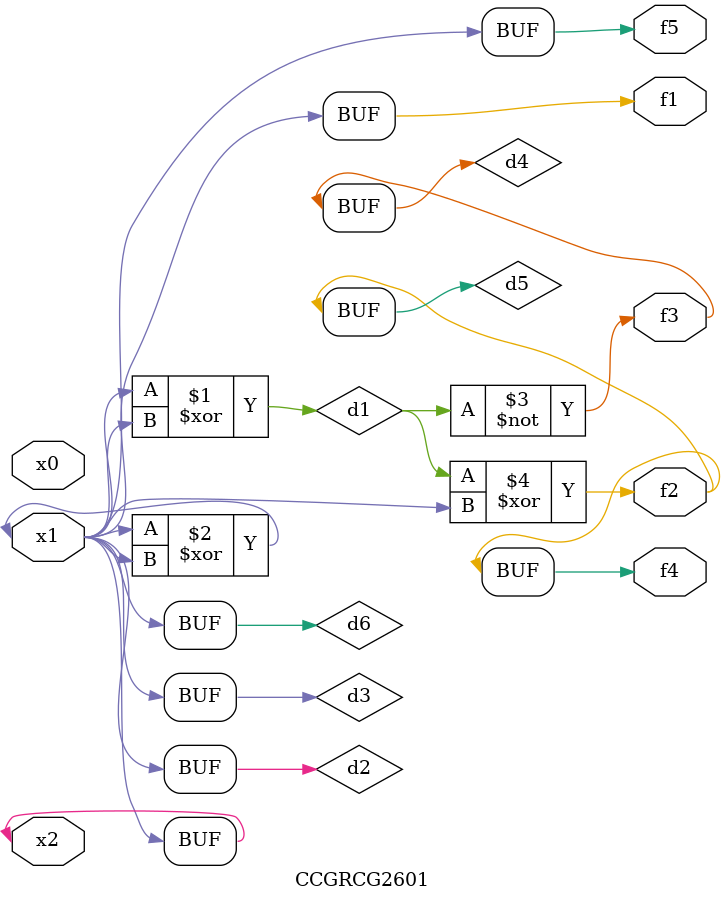
<source format=v>
module CCGRCG2601(
	input x0, x1, x2,
	output f1, f2, f3, f4, f5
);

	wire d1, d2, d3, d4, d5, d6;

	xor (d1, x1, x2);
	buf (d2, x1, x2);
	xor (d3, x1, x2);
	nor (d4, d1);
	xor (d5, d1, d2);
	buf (d6, d2, d3);
	assign f1 = d6;
	assign f2 = d5;
	assign f3 = d4;
	assign f4 = d5;
	assign f5 = d6;
endmodule

</source>
